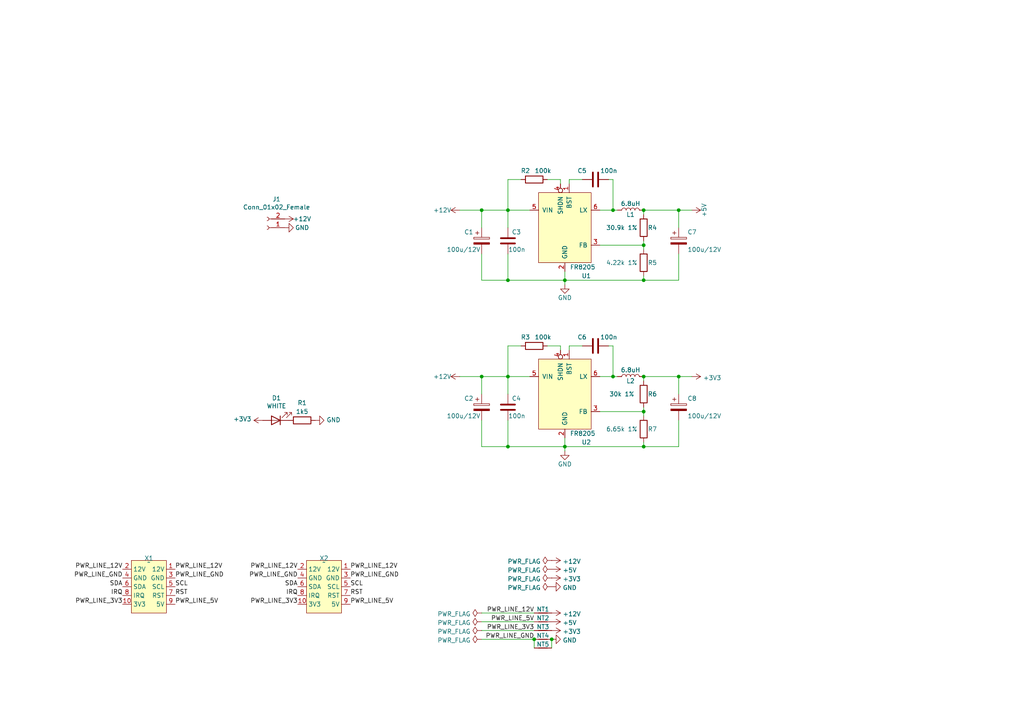
<source format=kicad_sch>
(kicad_sch (version 20220914) (generator eeschema)
  (paper "A4")
  (lib_symbols
    (symbol "Connector:Conn_01x02_Female" (pin_names (offset 1.016) hide)
      (property "Reference" "J" (at 0 2.54 0))
      (property "Value" "Conn_01x02_Female" (at 0 -5.08 0))
      (symbol "Conn_01x02_Female_1_1"
        (arc (start 0 -2.032) (mid -0.508 -2.54) (end 0 -3.048) (stroke (width 0.1524)))
        (polyline (pts (xy -1.27 -2.54) (xy -0.508 -2.54)) (stroke (width 0.1524)))
        (polyline (pts (xy -1.27 0) (xy -0.508 0)) (stroke (width 0.1524)))
        (arc (start 0 0.508) (mid -0.508 0) (end 0 -0.508) (stroke (width 0.1524)))
        (pin passive line (at -5.08 0 0) (length 3.81) (name "Pin_1") (number "1"))
        (pin passive line (at -5.08 -2.54 0) (length 3.81) (name "Pin_2") (number "2"))
      )
    )
    (symbol "Device:C" (pin_numbers hide) (pin_names (offset 0.254))
      (property "Reference" "C" (at 0.635 2.54 0))
      (property "Value" "C" (at 0.635 -2.54 0))
      (symbol "C_0_1"
        (polyline (pts (xy -2.032 -0.762) (xy 2.032 -0.762)) (stroke (width 0.508)))
        (polyline (pts (xy -2.032 0.762) (xy 2.032 0.762)) (stroke (width 0.508)))
      )
      (symbol "C_1_1"
        (pin passive line (at 0 3.81 270) (length 2.794) (name "~") (number "1"))
        (pin passive line (at 0 -3.81 90) (length 2.794) (name "~") (number "2"))
      )
    )
    (symbol "Device:C_Polarized" (pin_numbers hide) (pin_names (offset 0.254))
      (property "Reference" "C" (at 0.635 2.54 0))
      (property "Value" "C_Polarized" (at 0.635 -2.54 0))
      (symbol "C_Polarized_0_1"
        (rectangle (start -2.286 0.508) (end 2.286 1.016))
        (polyline (pts (xy -1.778 2.286) (xy -0.762 2.286)))
        (polyline (pts (xy -1.27 2.794) (xy -1.27 1.778)))
        (rectangle (start 2.286 -0.508) (end -2.286 -1.016) (fill (type outline)))
      )
      (symbol "C_Polarized_1_1"
        (pin passive line (at 0 3.81 270) (length 2.794) (name "~") (number "1"))
        (pin passive line (at 0 -3.81 90) (length 2.794) (name "~") (number "2"))
      )
    )
    (symbol "Device:L" (pin_numbers hide) (pin_names (offset 1.016) hide)
      (property "Reference" "L" (at -1.27 0 90))
      (property "Value" "L" (at 1.905 0 90))
      (symbol "L_0_1"
        (arc (start 0 -2.54) (mid 0.635 -1.905) (end 0 -1.27))
        (arc (start 0 -1.27) (mid 0.635 -0.635) (end 0 0))
        (arc (start 0 0) (mid 0.635 0.635) (end 0 1.27))
        (arc (start 0 1.27) (mid 0.635 1.905) (end 0 2.54))
      )
      (symbol "L_1_1"
        (pin passive line (at 0 3.81 270) (length 1.27) (name "1") (number "1"))
        (pin passive line (at 0 -3.81 90) (length 1.27) (name "2") (number "2"))
      )
    )
    (symbol "Device:LED" (pin_numbers hide) (pin_names (offset 1.016) hide)
      (property "Reference" "D" (at 0 2.54 0))
      (property "Value" "LED" (at 0 -2.54 0))
      (symbol "LED_0_1"
        (polyline (pts (xy -1.27 -1.27) (xy -1.27 1.27)) (stroke (width 0.254)))
        (polyline (pts (xy -1.27 0) (xy 1.27 0)))
        (polyline (pts (xy 1.27 -1.27) (xy 1.27 1.27) (xy -1.27 0) (xy 1.27 -1.27)) (stroke (width 0.254)))
        (polyline (pts (xy -3.048 -0.762) (xy -4.572 -2.286) (xy -3.81 -2.286) (xy -4.572 -2.286) (xy -4.572 -1.524)))
        (polyline (pts (xy -1.778 -0.762) (xy -3.302 -2.286) (xy -2.54 -2.286) (xy -3.302 -2.286) (xy -3.302 -1.524)))
      )
      (symbol "LED_1_1"
        (pin passive line (at -3.81 0 0) (length 2.54) (name "K") (number "1"))
        (pin passive line (at 3.81 0 180) (length 2.54) (name "A") (number "2"))
      )
    )
    (symbol "Device:NetTie_2" (pin_numbers hide) (pin_names (offset 0) hide)
      (property "Reference" "NT" (at 0 1.27 0))
      (property "Value" "NetTie_2" (at 0 -1.27 0))
      (symbol "NetTie_2_0_1"
        (polyline (pts (xy -1.27 0) (xy 1.27 0)) (stroke (width 0.254)))
      )
      (symbol "NetTie_2_1_1"
        (pin passive line (at -2.54 0 0) (length 2.54) (name "1") (number "1"))
        (pin passive line (at 2.54 0 180) (length 2.54) (name "2") (number "2"))
      )
    )
    (symbol "Device:R" (pin_numbers hide) (pin_names (offset 0))
      (property "Reference" "R" (at 2.032 0 90))
      (property "Value" "R" (at 0 0 90))
      (symbol "R_0_1"
        (rectangle (start -1.016 -2.54) (end 1.016 2.54) (stroke (width 0.254)))
      )
      (symbol "R_1_1"
        (pin passive line (at 0 3.81 270) (length 1.27) (name "~") (number "1"))
        (pin passive line (at 0 -3.81 90) (length 1.27) (name "~") (number "2"))
      )
    )
    (symbol "Drake:FR8205" (pin_names (offset 1.016))
      (property "Reference" "U" (at 6.35 13.97 0))
      (property "Value" "FR8205" (at 5.08 -8.89 0))
      (symbol "FR8205_0_1"
        (rectangle (start 7.62 -7.62) (end -7.62 12.7) (fill (type background)))
      )
      (symbol "FR8205_1_1"
        (pin bidirectional line (at 1.27 15.24 270) (length 2.54) (name "BST") (number "1"))
        (pin power_in line (at 0 -10.16 90) (length 2.54) (name "GND") (number "2"))
        (pin input line (at 10.16 -2.54 180) (length 2.54) (name "FB") (number "3"))
        (pin input inverted (at -1.27 15.24 270) (length 2.54) (name "SHDN") (number "4"))
        (pin power_in line (at -10.16 7.62 0) (length 2.54) (name "VIN") (number "5"))
        (pin power_out line (at 10.16 7.62 180) (length 2.54) (name "LX") (number "6"))
      )
    )
    (symbol "power:+12V" (power) (pin_names (offset 0))
      (property "Value" "+12V" (at 0 3.556 0))
      (symbol "+12V_0_1"
        (polyline (pts (xy -0.762 1.27) (xy 0 2.54)))
        (polyline (pts (xy 0 0) (xy 0 2.54)))
        (polyline (pts (xy 0 2.54) (xy 0.762 1.27)))
      )
      (symbol "+12V_1_1"
        (pin power_in line (at 0 0 90) (length 0) hide (name "+12V") (number "1"))
      )
    )
    (symbol "power:+3V3" (power) (pin_names (offset 0))
      (property "Value" "+3V3" (at 0 3.556 0))
      (symbol "+3V3_0_1"
        (polyline (pts (xy -0.762 1.27) (xy 0 2.54)))
        (polyline (pts (xy 0 0) (xy 0 2.54)))
        (polyline (pts (xy 0 2.54) (xy 0.762 1.27)))
      )
      (symbol "+3V3_1_1"
        (pin power_in line (at 0 0 90) (length 0) hide (name "+3V3") (number "1"))
      )
    )
    (symbol "power:+5V" (power) (pin_names (offset 0))
      (property "Value" "+5V" (at 0 3.556 0))
      (symbol "+5V_0_1"
        (polyline (pts (xy -0.762 1.27) (xy 0 2.54)))
        (polyline (pts (xy 0 0) (xy 0 2.54)))
        (polyline (pts (xy 0 2.54) (xy 0.762 1.27)))
      )
      (symbol "+5V_1_1"
        (pin power_in line (at 0 0 90) (length 0) hide (name "+5V") (number "1"))
      )
    )
    (symbol "power:GND" (power) (pin_names (offset 0))
      (property "Value" "GND" (at 0 -3.81 0))
      (symbol "GND_0_1"
        (polyline (pts (xy 0 0) (xy 0 -1.27) (xy 1.27 -1.27) (xy 0 -2.54) (xy -1.27 -1.27) (xy 0 -1.27)))
      )
      (symbol "GND_1_1"
        (pin power_in line (at 0 0 270) (length 0) hide (name "GND") (number "1"))
      )
    )
    (symbol "power:PWR_FLAG" (power) (pin_numbers hide) (pin_names (offset 0) hide)
      (property "Value" "PWR_FLAG" (at 0 3.81 0))
      (symbol "PWR_FLAG_0_0"
        (pin power_out line (at 0 0 90) (length 0) (name "pwr") (number "1"))
      )
      (symbol "PWR_FLAG_0_1"
        (polyline (pts (xy 0 0) (xy 0 1.27) (xy -1.016 1.905) (xy 0 2.54) (xy 1.016 1.905) (xy 0 1.27)))
      )
    )
    (symbol "t80:t80-pin-header"
      (property "Reference" "X" (at 0 8.89 0))
      (symbol "t80-pin-header_0_0"
        (pin power_in line (at 7.62 5.08 180) (length 2.54) (name "12V") (number "1"))
        (pin power_in line (at -7.62 -5.08 0) (length 2.54) (name "3V3") (number "10"))
        (pin power_in line (at -7.62 5.08 0) (length 2.54) (name "12V") (number "2"))
        (pin power_in line (at 7.62 2.54 180) (length 2.54) (name "GND") (number "3"))
        (pin power_in line (at -7.62 2.54 0) (length 2.54) (name "GND") (number "4"))
        (pin bidirectional line (at 7.62 0 180) (length 2.54) (name "SCL") (number "5"))
        (pin bidirectional line (at -7.62 0 0) (length 2.54) (name "SDA") (number "6"))
        (pin bidirectional line (at 7.62 -2.54 180) (length 2.54) (name "RST") (number "7"))
        (pin bidirectional line (at -7.62 -2.54 0) (length 2.54) (name "IRQ") (number "8"))
        (pin power_in line (at 7.62 -5.08 180) (length 2.54) (name "5V") (number "9"))
      )
      (symbol "t80-pin-header_0_1"
        (rectangle (start -5.08 7.62) (end 5.08 -7.62) (fill (type background)))
      )
    )
  )
  (junction (at 186.69 81.28))
  (junction (at 186.69 109.22))
  (junction (at 154.94 185.42))
  (junction (at 160.02 185.42))
  (junction (at 147.32 129.54))
  (junction (at 177.8 109.22))
  (junction (at 196.85 60.96))
  (junction (at 186.69 71.12))
  (junction (at 186.69 119.38))
  (junction (at 147.32 109.22))
  (junction (at 163.83 129.54))
  (junction (at 139.7 109.22))
  (junction (at 186.69 129.54))
  (junction (at 196.85 109.22))
  (junction (at 147.32 60.96))
  (junction (at 186.69 60.96))
  (junction (at 177.8 60.96))
  (junction (at 139.7 60.96))
  (junction (at 163.83 81.28))
  (junction (at 147.32 81.28))
  (wire (pts (xy 139.7 81.28) (xy 147.32 81.28)))
  (wire (pts (xy 186.69 71.12) (xy 186.69 72.39)))
  (wire (pts (xy 151.13 52.07) (xy 147.32 52.07)))
  (wire (pts (xy 139.7 60.96) (xy 147.32 60.96)))
  (wire (pts (xy 139.7 109.22) (xy 147.32 109.22)))
  (wire (pts (xy 162.56 100.33) (xy 162.56 101.6)))
  (wire (pts (xy 165.1 53.34) (xy 165.1 52.07)))
  (wire (pts (xy 163.83 130.81) (xy 163.83 129.54)))
  (wire (pts (xy 133.35 109.22) (xy 139.7 109.22)))
  (wire (pts (xy 186.69 119.38) (xy 186.69 118.11)))
  (wire (pts (xy 186.69 109.22) (xy 196.85 109.22)))
  (wire (pts (xy 163.83 127) (xy 163.83 129.54)))
  (wire (pts (xy 173.99 119.38) (xy 186.69 119.38)))
  (wire (pts (xy 147.32 66.04) (xy 147.32 60.96)))
  (wire (pts (xy 186.69 128.27) (xy 186.69 129.54)))
  (wire (pts (xy 186.69 71.12) (xy 186.69 69.85)))
  (wire (pts (xy 158.75 52.07) (xy 162.56 52.07)))
  (wire (pts (xy 165.1 101.6) (xy 165.1 100.33)))
  (wire (pts (xy 154.94 185.42) (xy 154.94 187.96)))
  (wire (pts (xy 165.1 100.33) (xy 168.91 100.33)))
  (wire (pts (xy 196.85 81.28) (xy 186.69 81.28)))
  (wire (pts (xy 163.83 81.28) (xy 186.69 81.28)))
  (wire (pts (xy 147.32 121.92) (xy 147.32 129.54)))
  (wire (pts (xy 196.85 121.92) (xy 196.85 129.54)))
  (wire (pts (xy 196.85 114.3) (xy 196.85 109.22)))
  (wire (pts (xy 139.7 114.3) (xy 139.7 109.22)))
  (wire (pts (xy 147.32 114.3) (xy 147.32 109.22)))
  (wire (pts (xy 147.32 73.66) (xy 147.32 81.28)))
  (wire (pts (xy 165.1 52.07) (xy 168.91 52.07)))
  (wire (pts (xy 147.32 100.33) (xy 147.32 109.22)))
  (wire (pts (xy 186.69 62.23) (xy 186.69 60.96)))
  (wire (pts (xy 173.99 60.96) (xy 177.8 60.96)))
  (wire (pts (xy 177.8 109.22) (xy 177.8 100.33)))
  (wire (pts (xy 196.85 66.04) (xy 196.85 60.96)))
  (wire (pts (xy 173.99 71.12) (xy 186.69 71.12)))
  (wire (pts (xy 139.7 121.92) (xy 139.7 129.54)))
  (wire (pts (xy 139.7 177.8) (xy 154.94 177.8)))
  (wire (pts (xy 163.83 78.74) (xy 163.83 81.28)))
  (wire (pts (xy 147.32 81.28) (xy 163.83 81.28)))
  (wire (pts (xy 151.13 100.33) (xy 147.32 100.33)))
  (wire (pts (xy 162.56 52.07) (xy 162.56 53.34)))
  (wire (pts (xy 139.7 73.66) (xy 139.7 81.28)))
  (wire (pts (xy 139.7 129.54) (xy 147.32 129.54)))
  (wire (pts (xy 177.8 60.96) (xy 177.8 52.07)))
  (wire (pts (xy 186.69 60.96) (xy 196.85 60.96)))
  (wire (pts (xy 177.8 100.33) (xy 176.53 100.33)))
  (wire (pts (xy 163.83 82.55) (xy 163.83 81.28)))
  (wire (pts (xy 177.8 52.07) (xy 176.53 52.07)))
  (wire (pts (xy 186.69 119.38) (xy 186.69 120.65)))
  (wire (pts (xy 147.32 52.07) (xy 147.32 60.96)))
  (wire (pts (xy 186.69 80.01) (xy 186.69 81.28)))
  (wire (pts (xy 139.7 66.04) (xy 139.7 60.96)))
  (wire (pts (xy 139.7 180.34) (xy 154.94 180.34)))
  (wire (pts (xy 173.99 109.22) (xy 177.8 109.22)))
  (wire (pts (xy 139.7 182.88) (xy 154.94 182.88)))
  (wire (pts (xy 160.02 185.42) (xy 160.02 187.96)))
  (wire (pts (xy 158.75 100.33) (xy 162.56 100.33)))
  (wire (pts (xy 196.85 73.66) (xy 196.85 81.28)))
  (wire (pts (xy 177.8 60.96) (xy 179.07 60.96)))
  (wire (pts (xy 177.8 109.22) (xy 179.07 109.22)))
  (wire (pts (xy 196.85 109.22) (xy 200.66 109.22)))
  (wire (pts (xy 196.85 129.54) (xy 186.69 129.54)))
  (wire (pts (xy 186.69 110.49) (xy 186.69 109.22)))
  (wire (pts (xy 147.32 129.54) (xy 163.83 129.54)))
  (wire (pts (xy 147.32 109.22) (xy 153.67 109.22)))
  (wire (pts (xy 133.35 60.96) (xy 139.7 60.96)))
  (wire (pts (xy 139.7 185.42) (xy 154.94 185.42)))
  (wire (pts (xy 163.83 129.54) (xy 186.69 129.54)))
  (wire (pts (xy 196.85 60.96) (xy 200.66 60.96)))
  (wire (pts (xy 147.32 60.96) (xy 153.67 60.96)))
  (label "IRQ" (at 86.36 172.72 180))
  (label "PWR_LINE_3V3" (at 35.56 175.26 180))
  (label "PWR_LINE_3V3" (at 86.36 175.26 180))
  (label "PWR_LINE_12V" (at 154.94 177.8 180))
  (label "PWR_LINE_GND" (at 35.56 167.64 180))
  (label "RST" (at 50.8 172.72 0))
  (label "IRQ" (at 35.56 172.72 180))
  (label "RST" (at 101.6 172.72 0))
  (label "SCL" (at 101.6 170.18 0))
  (label "SDA" (at 35.56 170.18 180))
  (label "PWR_LINE_GND" (at 154.94 185.42 180))
  (label "SDA" (at 86.36 170.18 180))
  (label "PWR_LINE_5V" (at 101.6 175.26 0))
  (label "PWR_LINE_12V" (at 50.8 165.1 0))
  (label "PWR_LINE_5V" (at 154.94 180.34 180))
  (label "PWR_LINE_GND" (at 101.6 167.64 0))
  (label "PWR_LINE_GND" (at 86.36 167.64 180))
  (label "PWR_LINE_3V3" (at 154.94 182.88 180))
  (label "PWR_LINE_12V" (at 86.36 165.1 180))
  (label "PWR_LINE_GND" (at 50.8 167.64 0))
  (label "PWR_LINE_5V" (at 50.8 175.26 0))
  (label "SCL" (at 50.8 170.18 0))
  (label "PWR_LINE_12V" (at 101.6 165.1 0))
  (label "PWR_LINE_12V" (at 35.56 165.1 180))
  (symbol (lib_id "Device:C") (at 147.32 69.85 180) (unit 1)
    (default_instance (reference "") (unit 1) (value "") (footprint ""))
    (property "Reference" "C3" (at 151.13 67.31 0) (effects (justify left)))
    (property "Value" "100n" (at 152.4 72.39 0) (effects (justify left)))
    (property "Footprint" "Capacitor_SMD:C_0805_2012Metric" (effects hide))
  )
  (symbol (lib_id "t80:t80-pin-header") (at 93.98 170.18 0) (unit 1)
    (default_instance (reference "X1") (unit 1) (value "~") (footprint ""))
    (property "Reference" "X2" (at 93.98 161.9123 0))
    (property "Value" "~" (at 93.98 163.0395 0))
    (property "Footprint" "Connector_PinHeader_2.54mm:PinHeader_2x05_P2.54mm_Vertical" (effects hide))
  )
  (symbol (lib_id "Device:C_Polarized") (at 196.85 118.11 0) (unit 1)
    (default_instance (reference "") (unit 1) (value "") (footprint ""))
    (property "Reference" "C8" (at 199.39 115.57 0) (effects (justify left)))
    (property "Value" "100u/12V" (at 199.39 120.65 0) (effects (justify left)))
    (property "Footprint" "Capacitor_SMD:CP_Elec_6.3x5.4" (effects hide))
  )
  (symbol (lib_id "Drake:FR8205") (at 163.83 68.58 0) (unit 1)
    (default_instance (reference "") (unit 1) (value "") (footprint ""))
    (property "Reference" "U1" (at 171.45 80.01 0) (effects (justify right)))
    (property "Value" "FR8205" (at 172.72 77.47 0) (effects (justify right)))
    (property "Footprint" "Package_TO_SOT_SMD:SOT-23-6" (effects hide))
    (property "Datasheet" "https://datasheet.lcsc.com/szlcsc/FR8205AS6CTR_C172765.pdf" (effects hide))
  )
  (symbol (lib_id "Drake:FR8205") (at 163.83 116.84 0) (unit 1)
    (default_instance (reference "") (unit 1) (value "") (footprint ""))
    (property "Reference" "U2" (at 171.45 128.27 0) (effects (justify right)))
    (property "Value" "FR8205" (at 172.72 125.73 0) (effects (justify right)))
    (property "Footprint" "Package_TO_SOT_SMD:SOT-23-6" (effects hide))
    (property "Datasheet" "https://datasheet.lcsc.com/szlcsc/FR8205AS6CTR_C172765.pdf" (effects hide))
  )
  (symbol (lib_id "Device:C") (at 147.32 118.11 180) (unit 1)
    (default_instance (reference "") (unit 1) (value "") (footprint ""))
    (property "Reference" "C4" (at 151.13 115.57 0) (effects (justify left)))
    (property "Value" "100n" (at 152.4 120.65 0) (effects (justify left)))
    (property "Footprint" "Capacitor_SMD:C_0805_2012Metric" (effects hide))
  )
  (symbol (lib_id "power:+3V3") (at 200.66 109.22 270) (unit 1)
    (default_instance (reference "") (unit 1) (value "") (footprint ""))
    (property "Reference" "#PWR013" (effects hide))
    (property "Value" "+3V3" (at 203.9112 109.601 90) (effects (justify left)))
  )
  (symbol (lib_id "power:+3V3") (at 76.2 121.92 90) (unit 1)
    (default_instance (reference "") (unit 1) (value "") (footprint ""))
    (property "Reference" "#PWR01" (effects hide))
    (property "Value" "+3V3" (at 72.9488 121.539 90) (effects (justify left)))
  )
  (symbol (lib_id "power:PWR_FLAG") (at 160.02 162.56 90) (unit 1)
    (default_instance (reference "#FLG?") (unit 1) (value "PWR_FLAG") (footprint ""))
    (property "Reference" "#FLG0105" (effects hide))
    (property "Value" "PWR_FLAG" (at 156.8451 162.8466 90) (effects (justify left)))
  )
  (symbol (lib_id "Device:NetTie_2") (at 157.48 177.8 0) (unit 1)
    (default_instance (reference "NT1") (unit 1) (value "NetTie_2") (footprint ""))
    (property "Reference" "NT1" (at 157.48 176.7301 0))
    (property "Value" "NetTie_2" (effects hide))
    (property "Footprint" "t80:NetTie-2mm-T80" (effects hide))
  )
  (symbol (lib_id "power:PWR_FLAG") (at 160.02 167.64 90) (unit 1)
    (default_instance (reference "#FLG?") (unit 1) (value "PWR_FLAG") (footprint ""))
    (property "Reference" "#FLG0107" (effects hide))
    (property "Value" "PWR_FLAG" (at 156.8451 167.9266 90) (effects (justify left)))
  )
  (symbol (lib_id "power:PWR_FLAG") (at 139.7 182.88 90) (unit 1)
    (default_instance (reference "#FLG?") (unit 1) (value "PWR_FLAG") (footprint ""))
    (property "Reference" "#FLG0101" (effects hide))
    (property "Value" "PWR_FLAG" (at 136.5251 183.1666 90) (effects (justify left)))
  )
  (symbol (lib_id "power:GND") (at 160.02 170.18 90) (unit 1)
    (default_instance (reference "#PWR?") (unit 1) (value "GND") (footprint ""))
    (property "Reference" "#PWR0112" (effects hide))
    (property "Value" "GND" (at 163.195 170.4666 90) (effects (justify right)))
  )
  (symbol (lib_id "power:GND") (at 163.83 130.81 0) (unit 1)
    (default_instance (reference "") (unit 1) (value "") (footprint ""))
    (property "Reference" "#PWR011" (effects hide))
    (property "Value" "GND" (at 163.83 134.62 0))
  )
  (symbol (lib_id "power:+12V") (at 160.02 177.8 270) (unit 1)
    (default_instance (reference "#PWR?") (unit 1) (value "+12V") (footprint ""))
    (property "Reference" "#PWR0106" (effects hide))
    (property "Value" "+12V" (at 163.195 178.0866 90) (effects (justify left)))
  )
  (symbol (lib_id "Device:R") (at 186.69 66.04 180) (unit 1)
    (default_instance (reference "") (unit 1) (value "") (footprint ""))
    (property "Reference" "R4" (at 189.23 66.04 0))
    (property "Value" "30.9k 1%" (at 180.34 66.04 0))
    (property "Footprint" "Resistor_SMD:R_0805_2012Metric" (effects hide))
  )
  (symbol (lib_id "Device:R") (at 154.94 100.33 270) (unit 1)
    (default_instance (reference "") (unit 1) (value "") (footprint ""))
    (property "Reference" "R3" (at 152.4 97.79 90))
    (property "Value" "100k" (at 157.48 97.79 90))
    (property "Footprint" "Resistor_SMD:R_0805_2012Metric" (effects hide))
  )
  (symbol (lib_id "Device:LED") (at 80.01 121.92 180) (unit 1)
    (default_instance (reference "") (unit 1) (value "") (footprint ""))
    (property "Reference" "D1" (at 80.1878 115.443 0))
    (property "Value" "WHITE" (at 80.1878 117.7544 0))
    (property "Footprint" "LED_SMD:LED_0805_2012Metric_Pad1.15x1.40mm_HandSolder" (effects hide))
  )
  (symbol (lib_id "Device:NetTie_2") (at 157.48 182.88 0) (unit 1)
    (default_instance (reference "NT1") (unit 1) (value "NetTie_2") (footprint ""))
    (property "Reference" "NT3" (at 157.48 181.8101 0))
    (property "Value" "NetTie_2" (effects hide))
    (property "Footprint" "t80:NetTie-2mm-T80" (effects hide))
  )
  (symbol (lib_id "power:+12V") (at 133.35 109.22 90) (unit 1)
    (default_instance (reference "") (unit 1) (value "") (footprint ""))
    (property "Reference" "#PWR09" (effects hide))
    (property "Value" "+12V" (at 128.27 109.22 90))
  )
  (symbol (lib_id "Device:C_Polarized") (at 139.7 118.11 0) (unit 1)
    (default_instance (reference "") (unit 1) (value "") (footprint ""))
    (property "Reference" "C2" (at 134.62 115.57 0) (effects (justify left)))
    (property "Value" "100u/12V" (at 129.54 120.65 0) (effects (justify left)))
    (property "Footprint" "Capacitor_SMD:CP_Elec_6.3x5.4" (effects hide))
  )
  (symbol (lib_id "power:GND") (at 160.02 185.42 90) (unit 1)
    (default_instance (reference "#PWR?") (unit 1) (value "GND") (footprint ""))
    (property "Reference" "#PWR0115" (effects hide))
    (property "Value" "GND" (at 163.195 185.7066 90) (effects (justify right)))
  )
  (symbol (lib_id "power:GND") (at 82.55 66.04 90) (unit 1)
    (default_instance (reference "") (unit 1) (value "") (footprint ""))
    (property "Reference" "#PWR03" (effects hide))
    (property "Value" "GND" (at 87.63 66.04 90))
  )
  (symbol (lib_id "Connector:Conn_01x02_Female") (at 77.47 66.04 180) (unit 1)
    (default_instance (reference "") (unit 1) (value "") (footprint ""))
    (property "Reference" "J1" (at 80.2132 57.785 0))
    (property "Value" "Conn_01x02_Female" (at 80.2132 60.0964 0))
    (property "Footprint" "Drake:DG235-3.81-02P" (effects hide))
  )
  (symbol (lib_id "power:+5V") (at 160.02 180.34 270) (unit 1)
    (default_instance (reference "#PWR?") (unit 1) (value "+5V") (footprint ""))
    (property "Reference" "#PWR0103" (effects hide))
    (property "Value" "+5V" (at 163.195 180.6266 90) (effects (justify left)))
  )
  (symbol (lib_id "Device:R") (at 154.94 52.07 270) (unit 1)
    (default_instance (reference "") (unit 1) (value "") (footprint ""))
    (property "Reference" "R2" (at 152.4 49.53 90))
    (property "Value" "100k" (at 157.48 49.53 90))
    (property "Footprint" "Resistor_SMD:R_0805_2012Metric" (effects hide))
  )
  (symbol (lib_id "power:GND") (at 163.83 82.55 0) (unit 1)
    (default_instance (reference "") (unit 1) (value "") (footprint ""))
    (property "Reference" "#PWR010" (effects hide))
    (property "Value" "GND" (at 163.83 86.36 0))
  )
  (symbol (lib_id "power:+5V") (at 160.02 165.1 270) (unit 1)
    (default_instance (reference "#PWR?") (unit 1) (value "+5V") (footprint ""))
    (property "Reference" "#PWR0101" (effects hide))
    (property "Value" "+5V" (at 163.195 165.3866 90) (effects (justify left)))
  )
  (symbol (lib_id "power:PWR_FLAG") (at 139.7 185.42 90) (unit 1)
    (default_instance (reference "#FLG?") (unit 1) (value "PWR_FLAG") (footprint ""))
    (property "Reference" "#FLG0103" (effects hide))
    (property "Value" "PWR_FLAG" (at 136.5251 185.7066 90) (effects (justify left)))
  )
  (symbol (lib_id "Device:C") (at 172.72 52.07 90) (unit 1)
    (default_instance (reference "") (unit 1) (value "") (footprint ""))
    (property "Reference" "C5" (at 170.18 49.53 90) (effects (justify left)))
    (property "Value" "100n" (at 179.07 49.53 90) (effects (justify left)))
    (property "Footprint" "Capacitor_SMD:C_0805_2012Metric" (effects hide))
  )
  (symbol (lib_id "power:PWR_FLAG") (at 139.7 180.34 90) (unit 1)
    (default_instance (reference "#FLG?") (unit 1) (value "PWR_FLAG") (footprint ""))
    (property "Reference" "#FLG0104" (effects hide))
    (property "Value" "PWR_FLAG" (at 136.5251 180.6266 90) (effects (justify left)))
  )
  (symbol (lib_id "t80:t80-pin-header") (at 43.18 170.18 0) (unit 1)
    (default_instance (reference "X1") (unit 1) (value "~") (footprint ""))
    (property "Reference" "X1" (at 43.18 161.9123 0))
    (property "Value" "~" (at 43.18 163.0395 0))
    (property "Footprint" "Connector_PinHeader_2.54mm:PinHeader_2x05_P2.54mm_Vertical" (effects hide))
  )
  (symbol (lib_id "Device:R") (at 186.69 124.46 180) (unit 1)
    (default_instance (reference "") (unit 1) (value "") (footprint ""))
    (property "Reference" "R7" (at 189.23 124.46 0))
    (property "Value" "6.65k 1%" (at 180.34 124.46 0))
    (property "Footprint" "Resistor_SMD:R_0805_2012Metric" (effects hide))
  )
  (symbol (lib_id "Device:NetTie_2") (at 157.48 185.42 0) (unit 1)
    (default_instance (reference "NT1") (unit 1) (value "NetTie_2") (footprint ""))
    (property "Reference" "NT4" (at 157.48 184.3501 0))
    (property "Value" "NetTie_2" (effects hide))
    (property "Footprint" "t80:NetTie-2mm-T80" (effects hide))
  )
  (symbol (lib_id "Device:L") (at 182.88 60.96 90) (unit 1)
    (default_instance (reference "") (unit 1) (value "") (footprint ""))
    (property "Reference" "L1" (at 182.88 62.23 90))
    (property "Value" "6.8uH" (at 182.88 59.055 90))
    (property "Footprint" "Drake:CKCS6028" (effects hide))
  )
  (symbol (lib_id "power:PWR_FLAG") (at 139.7 177.8 90) (unit 1)
    (default_instance (reference "#FLG?") (unit 1) (value "PWR_FLAG") (footprint ""))
    (property "Reference" "#FLG0102" (effects hide))
    (property "Value" "PWR_FLAG" (at 136.5251 178.0866 90) (effects (justify left)))
  )
  (symbol (lib_id "Device:R") (at 87.63 121.92 90) (unit 1)
    (default_instance (reference "") (unit 1) (value "") (footprint ""))
    (property "Reference" "R1" (at 87.63 116.84 90))
    (property "Value" "1k5" (at 87.63 119.38 90))
    (property "Footprint" "Resistor_SMD:R_0805_2012Metric" (effects hide))
  )
  (symbol (lib_id "power:+12V") (at 82.55 63.5 270) (unit 1)
    (default_instance (reference "") (unit 1) (value "") (footprint ""))
    (property "Reference" "#PWR02" (effects hide))
    (property "Value" "+12V" (at 87.63 63.5 90))
  )
  (symbol (lib_id "power:+5V") (at 200.66 60.96 270) (unit 1)
    (default_instance (reference "") (unit 1) (value "") (footprint ""))
    (property "Reference" "#PWR012" (effects hide))
    (property "Value" "+5V" (at 204.216 60.96 0))
  )
  (symbol (lib_id "power:+3V3") (at 160.02 167.64 270) (unit 1)
    (default_instance (reference "#PWR?") (unit 1) (value "+3V3") (footprint ""))
    (property "Reference" "#PWR0110" (effects hide))
    (property "Value" "+3V3" (at 163.195 167.9266 90) (effects (justify left)))
  )
  (symbol (lib_id "Device:NetTie_2") (at 157.48 187.96 0) (unit 1)
    (default_instance (reference "NT1") (unit 1) (value "NetTie_2") (footprint ""))
    (property "Reference" "NT5" (at 157.48 186.8901 0))
    (property "Value" "NetTie_2" (effects hide))
    (property "Footprint" "t80:NetTie-2mm-T80" (effects hide))
  )
  (symbol (lib_id "Device:R") (at 186.69 114.3 180) (unit 1)
    (default_instance (reference "") (unit 1) (value "") (footprint ""))
    (property "Reference" "R6" (at 189.23 114.3 0))
    (property "Value" "30k 1%" (at 180.34 114.3 0))
    (property "Footprint" "Resistor_SMD:R_0805_2012Metric" (effects hide))
  )
  (symbol (lib_id "Device:C_Polarized") (at 139.7 69.85 0) (unit 1)
    (default_instance (reference "") (unit 1) (value "") (footprint ""))
    (property "Reference" "C1" (at 134.62 67.31 0) (effects (justify left)))
    (property "Value" "100u/12V" (at 129.54 72.39 0) (effects (justify left)))
    (property "Footprint" "Capacitor_SMD:CP_Elec_6.3x5.4" (effects hide))
  )
  (symbol (lib_id "Device:C_Polarized") (at 196.85 69.85 0) (unit 1)
    (default_instance (reference "") (unit 1) (value "") (footprint ""))
    (property "Reference" "C7" (at 199.39 67.31 0) (effects (justify left)))
    (property "Value" "100u/12V" (at 199.39 72.39 0) (effects (justify left)))
    (property "Footprint" "Capacitor_SMD:CP_Elec_6.3x5.4" (effects hide))
  )
  (symbol (lib_id "power:GND") (at 91.44 121.92 90) (unit 1)
    (default_instance (reference "") (unit 1) (value "") (footprint ""))
    (property "Reference" "#PWR07" (effects hide))
    (property "Value" "GND" (at 94.6912 121.793 90) (effects (justify right)))
  )
  (symbol (lib_id "power:+12V") (at 160.02 162.56 270) (unit 1)
    (default_instance (reference "#PWR?") (unit 1) (value "+12V") (footprint ""))
    (property "Reference" "#PWR0111" (effects hide))
    (property "Value" "+12V" (at 163.195 162.8466 90) (effects (justify left)))
  )
  (symbol (lib_id "power:+3V3") (at 160.02 182.88 270) (unit 1)
    (default_instance (reference "#PWR?") (unit 1) (value "+3V3") (footprint ""))
    (property "Reference" "#PWR0116" (effects hide))
    (property "Value" "+3V3" (at 163.195 183.1666 90) (effects (justify left)))
  )
  (symbol (lib_id "power:PWR_FLAG") (at 160.02 165.1 90) (unit 1)
    (default_instance (reference "#FLG?") (unit 1) (value "PWR_FLAG") (footprint ""))
    (property "Reference" "#FLG0106" (effects hide))
    (property "Value" "PWR_FLAG" (at 156.8451 165.3866 90) (effects (justify left)))
  )
  (symbol (lib_id "Device:R") (at 186.69 76.2 180) (unit 1)
    (default_instance (reference "") (unit 1) (value "") (footprint ""))
    (property "Reference" "R5" (at 189.23 76.2 0))
    (property "Value" "4.22k 1%" (at 180.34 76.2 0))
    (property "Footprint" "Resistor_SMD:R_0805_2012Metric" (effects hide))
  )
  (symbol (lib_id "Device:L") (at 182.88 109.22 90) (unit 1)
    (default_instance (reference "") (unit 1) (value "") (footprint ""))
    (property "Reference" "L2" (at 182.88 110.49 90))
    (property "Value" "6.8uH" (at 182.88 107.315 90))
    (property "Footprint" "Drake:CKCS6028" (effects hide))
  )
  (symbol (lib_id "power:+12V") (at 133.35 60.96 90) (unit 1)
    (default_instance (reference "") (unit 1) (value "") (footprint ""))
    (property "Reference" "#PWR08" (effects hide))
    (property "Value" "+12V" (at 128.27 60.96 90))
  )
  (symbol (lib_id "power:PWR_FLAG") (at 160.02 170.18 90) (unit 1)
    (default_instance (reference "#FLG?") (unit 1) (value "PWR_FLAG") (footprint ""))
    (property "Reference" "#FLG0108" (effects hide))
    (property "Value" "PWR_FLAG" (at 156.8451 170.4666 90) (effects (justify left)))
  )
  (symbol (lib_id "Device:NetTie_2") (at 157.48 180.34 0) (unit 1)
    (default_instance (reference "NT1") (unit 1) (value "NetTie_2") (footprint ""))
    (property "Reference" "NT2" (at 157.48 179.2701 0))
    (property "Value" "NetTie_2" (effects hide))
    (property "Footprint" "t80:NetTie-2mm-T80" (effects hide))
  )
  (symbol (lib_id "Device:C") (at 172.72 100.33 90) (unit 1)
    (default_instance (reference "") (unit 1) (value "") (footprint ""))
    (property "Reference" "C6" (at 170.18 97.79 90) (effects (justify left)))
    (property "Value" "100n" (at 179.07 97.79 90) (effects (justify left)))
    (property "Footprint" "Capacitor_SMD:C_0805_2012Metric" (effects hide))
  )
)
</source>
